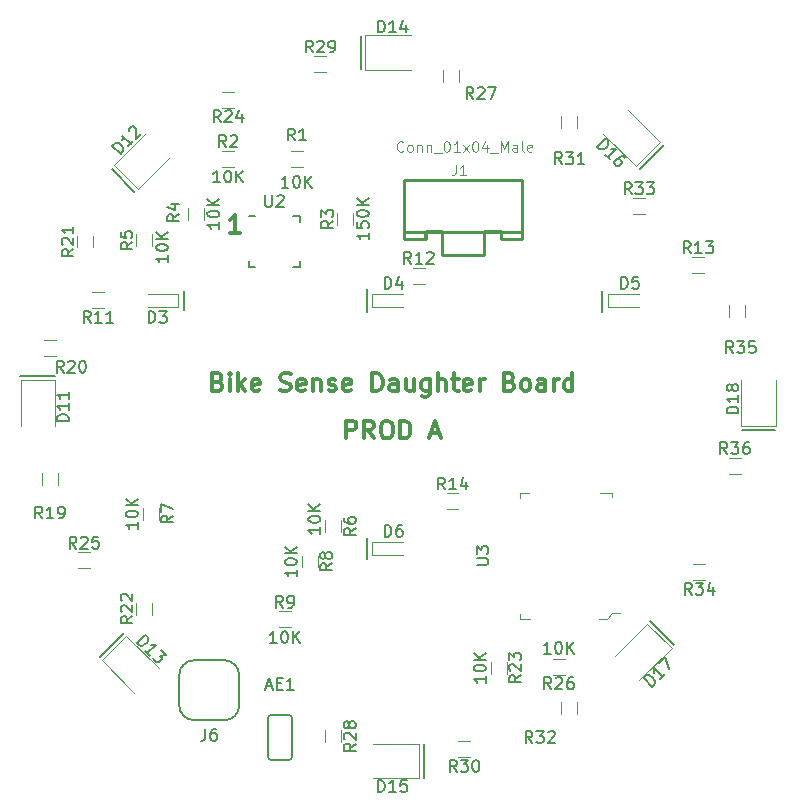
<source format=gbr>
G04 #@! TF.GenerationSoftware,KiCad,Pcbnew,(5.0.2)-1*
G04 #@! TF.CreationDate,2019-05-10T15:47:13-04:00*
G04 #@! TF.ProjectId,bikesenseCap,62696b65-7365-46e7-9365-4361702e6b69,PROD A*
G04 #@! TF.SameCoordinates,Original*
G04 #@! TF.FileFunction,Legend,Top*
G04 #@! TF.FilePolarity,Positive*
%FSLAX46Y46*%
G04 Gerber Fmt 4.6, Leading zero omitted, Abs format (unit mm)*
G04 Created by KiCad (PCBNEW (5.0.2)-1) date 5/10/2019 3:47:13 PM*
%MOMM*%
%LPD*%
G01*
G04 APERTURE LIST*
%ADD10C,0.200000*%
%ADD11C,0.300000*%
%ADD12C,0.120000*%
%ADD13C,0.127000*%
%ADD14C,0.254000*%
%ADD15C,0.150000*%
%ADD16C,0.100000*%
%ADD17C,0.101600*%
G04 APERTURE END LIST*
D10*
X147828000Y-111125000D02*
X147828000Y-112903000D01*
X132334000Y-90170000D02*
X132334000Y-91821000D01*
X167767000Y-90170000D02*
X167767000Y-91948000D01*
X147828000Y-90043000D02*
X147828000Y-91948000D01*
D11*
X137080571Y-85260571D02*
X136223428Y-85260571D01*
X136652000Y-85260571D02*
X136652000Y-83760571D01*
X136509142Y-83974857D01*
X136366285Y-84117714D01*
X136223428Y-84189142D01*
D10*
X126238000Y-79883000D02*
X128143000Y-81788000D01*
X147320000Y-68580000D02*
X147320000Y-71374000D01*
X172974000Y-77851000D02*
X170942000Y-79883000D01*
X179578000Y-101981000D02*
X182372000Y-101981000D01*
X171831000Y-118110000D02*
X173863000Y-120142000D01*
X152654000Y-128524000D02*
X152654000Y-131445000D01*
X127254000Y-119126000D02*
X125222000Y-121158000D01*
X118491000Y-97409000D02*
X121412000Y-97409000D01*
D11*
X146107142Y-102678571D02*
X146107142Y-101178571D01*
X146678571Y-101178571D01*
X146821428Y-101250000D01*
X146892857Y-101321428D01*
X146964285Y-101464285D01*
X146964285Y-101678571D01*
X146892857Y-101821428D01*
X146821428Y-101892857D01*
X146678571Y-101964285D01*
X146107142Y-101964285D01*
X148464285Y-102678571D02*
X147964285Y-101964285D01*
X147607142Y-102678571D02*
X147607142Y-101178571D01*
X148178571Y-101178571D01*
X148321428Y-101250000D01*
X148392857Y-101321428D01*
X148464285Y-101464285D01*
X148464285Y-101678571D01*
X148392857Y-101821428D01*
X148321428Y-101892857D01*
X148178571Y-101964285D01*
X147607142Y-101964285D01*
X149392857Y-101178571D02*
X149678571Y-101178571D01*
X149821428Y-101250000D01*
X149964285Y-101392857D01*
X150035714Y-101678571D01*
X150035714Y-102178571D01*
X149964285Y-102464285D01*
X149821428Y-102607142D01*
X149678571Y-102678571D01*
X149392857Y-102678571D01*
X149250000Y-102607142D01*
X149107142Y-102464285D01*
X149035714Y-102178571D01*
X149035714Y-101678571D01*
X149107142Y-101392857D01*
X149250000Y-101250000D01*
X149392857Y-101178571D01*
X150678571Y-102678571D02*
X150678571Y-101178571D01*
X151035714Y-101178571D01*
X151250000Y-101250000D01*
X151392857Y-101392857D01*
X151464285Y-101535714D01*
X151535714Y-101821428D01*
X151535714Y-102035714D01*
X151464285Y-102321428D01*
X151392857Y-102464285D01*
X151250000Y-102607142D01*
X151035714Y-102678571D01*
X150678571Y-102678571D01*
X153250000Y-102250000D02*
X153964285Y-102250000D01*
X153107142Y-102678571D02*
X153607142Y-101178571D01*
X154107142Y-102678571D01*
X135250000Y-97892857D02*
X135464285Y-97964285D01*
X135535714Y-98035714D01*
X135607142Y-98178571D01*
X135607142Y-98392857D01*
X135535714Y-98535714D01*
X135464285Y-98607142D01*
X135321428Y-98678571D01*
X134750000Y-98678571D01*
X134750000Y-97178571D01*
X135250000Y-97178571D01*
X135392857Y-97250000D01*
X135464285Y-97321428D01*
X135535714Y-97464285D01*
X135535714Y-97607142D01*
X135464285Y-97750000D01*
X135392857Y-97821428D01*
X135250000Y-97892857D01*
X134750000Y-97892857D01*
X136250000Y-98678571D02*
X136250000Y-97678571D01*
X136250000Y-97178571D02*
X136178571Y-97250000D01*
X136250000Y-97321428D01*
X136321428Y-97250000D01*
X136250000Y-97178571D01*
X136250000Y-97321428D01*
X136964285Y-98678571D02*
X136964285Y-97178571D01*
X137107142Y-98107142D02*
X137535714Y-98678571D01*
X137535714Y-97678571D02*
X136964285Y-98250000D01*
X138750000Y-98607142D02*
X138607142Y-98678571D01*
X138321428Y-98678571D01*
X138178571Y-98607142D01*
X138107142Y-98464285D01*
X138107142Y-97892857D01*
X138178571Y-97750000D01*
X138321428Y-97678571D01*
X138607142Y-97678571D01*
X138750000Y-97750000D01*
X138821428Y-97892857D01*
X138821428Y-98035714D01*
X138107142Y-98178571D01*
X140535714Y-98607142D02*
X140750000Y-98678571D01*
X141107142Y-98678571D01*
X141250000Y-98607142D01*
X141321428Y-98535714D01*
X141392857Y-98392857D01*
X141392857Y-98250000D01*
X141321428Y-98107142D01*
X141250000Y-98035714D01*
X141107142Y-97964285D01*
X140821428Y-97892857D01*
X140678571Y-97821428D01*
X140607142Y-97750000D01*
X140535714Y-97607142D01*
X140535714Y-97464285D01*
X140607142Y-97321428D01*
X140678571Y-97250000D01*
X140821428Y-97178571D01*
X141178571Y-97178571D01*
X141392857Y-97250000D01*
X142607142Y-98607142D02*
X142464285Y-98678571D01*
X142178571Y-98678571D01*
X142035714Y-98607142D01*
X141964285Y-98464285D01*
X141964285Y-97892857D01*
X142035714Y-97750000D01*
X142178571Y-97678571D01*
X142464285Y-97678571D01*
X142607142Y-97750000D01*
X142678571Y-97892857D01*
X142678571Y-98035714D01*
X141964285Y-98178571D01*
X143321428Y-97678571D02*
X143321428Y-98678571D01*
X143321428Y-97821428D02*
X143392857Y-97750000D01*
X143535714Y-97678571D01*
X143750000Y-97678571D01*
X143892857Y-97750000D01*
X143964285Y-97892857D01*
X143964285Y-98678571D01*
X144607142Y-98607142D02*
X144750000Y-98678571D01*
X145035714Y-98678571D01*
X145178571Y-98607142D01*
X145250000Y-98464285D01*
X145250000Y-98392857D01*
X145178571Y-98250000D01*
X145035714Y-98178571D01*
X144821428Y-98178571D01*
X144678571Y-98107142D01*
X144607142Y-97964285D01*
X144607142Y-97892857D01*
X144678571Y-97750000D01*
X144821428Y-97678571D01*
X145035714Y-97678571D01*
X145178571Y-97750000D01*
X146464285Y-98607142D02*
X146321428Y-98678571D01*
X146035714Y-98678571D01*
X145892857Y-98607142D01*
X145821428Y-98464285D01*
X145821428Y-97892857D01*
X145892857Y-97750000D01*
X146035714Y-97678571D01*
X146321428Y-97678571D01*
X146464285Y-97750000D01*
X146535714Y-97892857D01*
X146535714Y-98035714D01*
X145821428Y-98178571D01*
X148321428Y-98678571D02*
X148321428Y-97178571D01*
X148678571Y-97178571D01*
X148892857Y-97250000D01*
X149035714Y-97392857D01*
X149107142Y-97535714D01*
X149178571Y-97821428D01*
X149178571Y-98035714D01*
X149107142Y-98321428D01*
X149035714Y-98464285D01*
X148892857Y-98607142D01*
X148678571Y-98678571D01*
X148321428Y-98678571D01*
X150464285Y-98678571D02*
X150464285Y-97892857D01*
X150392857Y-97750000D01*
X150250000Y-97678571D01*
X149964285Y-97678571D01*
X149821428Y-97750000D01*
X150464285Y-98607142D02*
X150321428Y-98678571D01*
X149964285Y-98678571D01*
X149821428Y-98607142D01*
X149750000Y-98464285D01*
X149750000Y-98321428D01*
X149821428Y-98178571D01*
X149964285Y-98107142D01*
X150321428Y-98107142D01*
X150464285Y-98035714D01*
X151821428Y-97678571D02*
X151821428Y-98678571D01*
X151178571Y-97678571D02*
X151178571Y-98464285D01*
X151250000Y-98607142D01*
X151392857Y-98678571D01*
X151607142Y-98678571D01*
X151750000Y-98607142D01*
X151821428Y-98535714D01*
X153178571Y-97678571D02*
X153178571Y-98892857D01*
X153107142Y-99035714D01*
X153035714Y-99107142D01*
X152892857Y-99178571D01*
X152678571Y-99178571D01*
X152535714Y-99107142D01*
X153178571Y-98607142D02*
X153035714Y-98678571D01*
X152750000Y-98678571D01*
X152607142Y-98607142D01*
X152535714Y-98535714D01*
X152464285Y-98392857D01*
X152464285Y-97964285D01*
X152535714Y-97821428D01*
X152607142Y-97750000D01*
X152750000Y-97678571D01*
X153035714Y-97678571D01*
X153178571Y-97750000D01*
X153892857Y-98678571D02*
X153892857Y-97178571D01*
X154535714Y-98678571D02*
X154535714Y-97892857D01*
X154464285Y-97750000D01*
X154321428Y-97678571D01*
X154107142Y-97678571D01*
X153964285Y-97750000D01*
X153892857Y-97821428D01*
X155035714Y-97678571D02*
X155607142Y-97678571D01*
X155250000Y-97178571D02*
X155250000Y-98464285D01*
X155321428Y-98607142D01*
X155464285Y-98678571D01*
X155607142Y-98678571D01*
X156678571Y-98607142D02*
X156535714Y-98678571D01*
X156250000Y-98678571D01*
X156107142Y-98607142D01*
X156035714Y-98464285D01*
X156035714Y-97892857D01*
X156107142Y-97750000D01*
X156250000Y-97678571D01*
X156535714Y-97678571D01*
X156678571Y-97750000D01*
X156750000Y-97892857D01*
X156750000Y-98035714D01*
X156035714Y-98178571D01*
X157392857Y-98678571D02*
X157392857Y-97678571D01*
X157392857Y-97964285D02*
X157464285Y-97821428D01*
X157535714Y-97750000D01*
X157678571Y-97678571D01*
X157821428Y-97678571D01*
X159964285Y-97892857D02*
X160178571Y-97964285D01*
X160250000Y-98035714D01*
X160321428Y-98178571D01*
X160321428Y-98392857D01*
X160250000Y-98535714D01*
X160178571Y-98607142D01*
X160035714Y-98678571D01*
X159464285Y-98678571D01*
X159464285Y-97178571D01*
X159964285Y-97178571D01*
X160107142Y-97250000D01*
X160178571Y-97321428D01*
X160250000Y-97464285D01*
X160250000Y-97607142D01*
X160178571Y-97750000D01*
X160107142Y-97821428D01*
X159964285Y-97892857D01*
X159464285Y-97892857D01*
X161178571Y-98678571D02*
X161035714Y-98607142D01*
X160964285Y-98535714D01*
X160892857Y-98392857D01*
X160892857Y-97964285D01*
X160964285Y-97821428D01*
X161035714Y-97750000D01*
X161178571Y-97678571D01*
X161392857Y-97678571D01*
X161535714Y-97750000D01*
X161607142Y-97821428D01*
X161678571Y-97964285D01*
X161678571Y-98392857D01*
X161607142Y-98535714D01*
X161535714Y-98607142D01*
X161392857Y-98678571D01*
X161178571Y-98678571D01*
X162964285Y-98678571D02*
X162964285Y-97892857D01*
X162892857Y-97750000D01*
X162750000Y-97678571D01*
X162464285Y-97678571D01*
X162321428Y-97750000D01*
X162964285Y-98607142D02*
X162821428Y-98678571D01*
X162464285Y-98678571D01*
X162321428Y-98607142D01*
X162250000Y-98464285D01*
X162250000Y-98321428D01*
X162321428Y-98178571D01*
X162464285Y-98107142D01*
X162821428Y-98107142D01*
X162964285Y-98035714D01*
X163678571Y-98678571D02*
X163678571Y-97678571D01*
X163678571Y-97964285D02*
X163750000Y-97821428D01*
X163821428Y-97750000D01*
X163964285Y-97678571D01*
X164107142Y-97678571D01*
X165250000Y-98678571D02*
X165250000Y-97178571D01*
X165250000Y-98607142D02*
X165107142Y-98678571D01*
X164821428Y-98678571D01*
X164678571Y-98607142D01*
X164607142Y-98535714D01*
X164535714Y-98392857D01*
X164535714Y-97964285D01*
X164607142Y-97821428D01*
X164678571Y-97750000D01*
X164821428Y-97678571D01*
X165107142Y-97678571D01*
X165250000Y-97750000D01*
D12*
G04 #@! TO.C,D3*
X131900000Y-91550000D02*
X131900000Y-90450000D01*
X131900000Y-90450000D02*
X129300000Y-90450000D01*
X131900000Y-91550000D02*
X129300000Y-91550000D01*
G04 #@! TO.C,D4*
X148300000Y-90450000D02*
X150900000Y-90450000D01*
X148300000Y-91550000D02*
X150900000Y-91550000D01*
X148300000Y-90450000D02*
X148300000Y-91550000D01*
G04 #@! TO.C,D5*
X168300000Y-90450000D02*
X170900000Y-90450000D01*
X168300000Y-91550000D02*
X170900000Y-91550000D01*
X168300000Y-90450000D02*
X168300000Y-91550000D01*
G04 #@! TO.C,D6*
X148300000Y-111450000D02*
X148300000Y-112550000D01*
X148300000Y-112550000D02*
X150900000Y-112550000D01*
X148300000Y-111450000D02*
X150900000Y-111450000D01*
D13*
G04 #@! TO.C,J1*
X151001280Y-82001780D02*
X151001280Y-83998220D01*
D14*
X160998720Y-81501400D02*
X160998720Y-84498600D01*
X151001280Y-80800360D02*
X151001280Y-85199640D01*
X151001280Y-85199640D02*
X152802140Y-85199640D01*
X159197860Y-85199640D02*
X160998720Y-85199640D01*
X160998720Y-85199640D02*
X160998720Y-80800360D01*
X151001280Y-80800360D02*
X160998720Y-80800360D01*
X151001280Y-85199640D02*
X151001280Y-85799080D01*
X151001280Y-85799080D02*
X152802140Y-85799080D01*
X152802140Y-85799080D02*
X152802140Y-85199640D01*
X152802140Y-85199640D02*
X159197860Y-85199640D01*
X159197860Y-85199640D02*
X159197860Y-85799080D01*
X159197860Y-85799080D02*
X160998720Y-85799080D01*
X160998720Y-85799080D02*
X160998720Y-85199640D01*
X151001280Y-80800360D02*
X160998720Y-80800360D01*
X160998720Y-80800360D02*
X160998720Y-85799080D01*
X151001280Y-85799080D02*
X151001280Y-80800360D01*
X151047000Y-85794000D02*
X152825000Y-85794000D01*
X152825000Y-85794000D02*
X152825000Y-85159000D01*
X152825000Y-85159000D02*
X154222000Y-85159000D01*
X154222000Y-85159000D02*
X154222000Y-87191000D01*
X154222000Y-87191000D02*
X157778000Y-87191000D01*
X157778000Y-87191000D02*
X157778000Y-85159000D01*
X157778000Y-85159000D02*
X159175000Y-85159000D01*
X159175000Y-85159000D02*
X159175000Y-85794000D01*
X159175000Y-85794000D02*
X160953000Y-85794000D01*
D12*
G04 #@! TO.C,R1*
X141400000Y-78320000D02*
X142400000Y-78320000D01*
X142400000Y-79680000D02*
X141400000Y-79680000D01*
G04 #@! TO.C,R2*
X136600000Y-79680000D02*
X135600000Y-79680000D01*
X135600000Y-78320000D02*
X136600000Y-78320000D01*
G04 #@! TO.C,R3*
X145320000Y-84600000D02*
X145320000Y-83600000D01*
X146680000Y-83600000D02*
X146680000Y-84600000D01*
G04 #@! TO.C,R4*
X134030000Y-83150000D02*
X134030000Y-84150000D01*
X132670000Y-84150000D02*
X132670000Y-83150000D01*
G04 #@! TO.C,R5*
X128320000Y-86400000D02*
X128320000Y-85400000D01*
X129680000Y-85400000D02*
X129680000Y-86400000D01*
G04 #@! TO.C,R6*
X144320000Y-110600000D02*
X144320000Y-109600000D01*
X145680000Y-109600000D02*
X145680000Y-110600000D01*
G04 #@! TO.C,R7*
X130220000Y-108550000D02*
X130220000Y-109550000D01*
X128860000Y-109550000D02*
X128860000Y-108550000D01*
G04 #@! TO.C,R8*
X142320000Y-113600000D02*
X142320000Y-112600000D01*
X143680000Y-112600000D02*
X143680000Y-113600000D01*
G04 #@! TO.C,R9*
X140400000Y-117320000D02*
X141400000Y-117320000D01*
X141400000Y-118680000D02*
X140400000Y-118680000D01*
G04 #@! TO.C,R11*
X124600000Y-90320000D02*
X125600000Y-90320000D01*
X125600000Y-91680000D02*
X124600000Y-91680000D01*
G04 #@! TO.C,R12*
X151730000Y-88220000D02*
X152730000Y-88220000D01*
X152730000Y-89580000D02*
X151730000Y-89580000D01*
G04 #@! TO.C,R13*
X175400000Y-87320000D02*
X176400000Y-87320000D01*
X176400000Y-88680000D02*
X175400000Y-88680000D01*
G04 #@! TO.C,R14*
X155600000Y-108680000D02*
X154600000Y-108680000D01*
X154600000Y-107320000D02*
X155600000Y-107320000D01*
G04 #@! TO.C,R19*
X120320000Y-106600000D02*
X120320000Y-105600000D01*
X121680000Y-105600000D02*
X121680000Y-106600000D01*
G04 #@! TO.C,R20*
X120500000Y-94320000D02*
X121500000Y-94320000D01*
X121500000Y-95680000D02*
X120500000Y-95680000D01*
G04 #@! TO.C,R21*
X123320000Y-86500000D02*
X123320000Y-85500000D01*
X124680000Y-85500000D02*
X124680000Y-86500000D01*
G04 #@! TO.C,R22*
X128320000Y-117600000D02*
X128320000Y-116600000D01*
X129680000Y-116600000D02*
X129680000Y-117600000D01*
G04 #@! TO.C,R23*
X159680000Y-121600000D02*
X159680000Y-122600000D01*
X158320000Y-122600000D02*
X158320000Y-121600000D01*
G04 #@! TO.C,R24*
X135600000Y-73320000D02*
X136600000Y-73320000D01*
X136600000Y-74680000D02*
X135600000Y-74680000D01*
G04 #@! TO.C,R25*
X124400000Y-113680000D02*
X123400000Y-113680000D01*
X123400000Y-112320000D02*
X124400000Y-112320000D01*
G04 #@! TO.C,R26*
X163600000Y-121320000D02*
X164600000Y-121320000D01*
X164600000Y-122680000D02*
X163600000Y-122680000D01*
G04 #@! TO.C,R27*
X155680000Y-71500000D02*
X155680000Y-72500000D01*
X154320000Y-72500000D02*
X154320000Y-71500000D01*
G04 #@! TO.C,R28*
X144320000Y-128400000D02*
X144320000Y-127400000D01*
X145680000Y-127400000D02*
X145680000Y-128400000D01*
G04 #@! TO.C,R29*
X143400000Y-70320000D02*
X144400000Y-70320000D01*
X144400000Y-71680000D02*
X143400000Y-71680000D01*
G04 #@! TO.C,R30*
X155600000Y-128320000D02*
X156600000Y-128320000D01*
X156600000Y-129680000D02*
X155600000Y-129680000D01*
G04 #@! TO.C,R31*
X164320000Y-76400000D02*
X164320000Y-75400000D01*
X165680000Y-75400000D02*
X165680000Y-76400000D01*
G04 #@! TO.C,R32*
X165680000Y-125000000D02*
X165680000Y-126000000D01*
X164320000Y-126000000D02*
X164320000Y-125000000D01*
G04 #@! TO.C,R33*
X171400000Y-83680000D02*
X170400000Y-83680000D01*
X170400000Y-82320000D02*
X171400000Y-82320000D01*
G04 #@! TO.C,R34*
X175500000Y-113320000D02*
X176500000Y-113320000D01*
X176500000Y-114680000D02*
X175500000Y-114680000D01*
G04 #@! TO.C,R35*
X179880000Y-91400000D02*
X179880000Y-92400000D01*
X178520000Y-92400000D02*
X178520000Y-91400000D01*
G04 #@! TO.C,R36*
X179500000Y-105680000D02*
X178500000Y-105680000D01*
X178500000Y-104320000D02*
X179500000Y-104320000D01*
D15*
G04 #@! TO.C,U2*
X142150000Y-83850000D02*
X141625000Y-83850000D01*
X142150000Y-88150000D02*
X141625000Y-88150000D01*
X137850000Y-88150000D02*
X138375000Y-88150000D01*
X137850000Y-83850000D02*
X138375000Y-83850000D01*
X142150000Y-88150000D02*
X142150000Y-87625000D01*
X137850000Y-88150000D02*
X137850000Y-87625000D01*
X142150000Y-83850000D02*
X142150000Y-84375000D01*
D16*
G04 #@! TO.C,U3*
X168590000Y-107635000D02*
X168590000Y-107285000D01*
X168590000Y-107285000D02*
X167590000Y-107285000D01*
X160790000Y-107685000D02*
X160790000Y-107285000D01*
X160790000Y-107285000D02*
X161590000Y-107285000D01*
X160790000Y-117585000D02*
X160790000Y-117985000D01*
X160790000Y-117985000D02*
X161640000Y-117985000D01*
X167540000Y-117985000D02*
X168140000Y-117985000D01*
X168140000Y-117985000D02*
X168640000Y-117485000D01*
X168640000Y-117485000D02*
X169240000Y-117485000D01*
D12*
G04 #@! TO.C,D11*
X118540000Y-97715000D02*
X118540000Y-101600000D01*
X121460000Y-97715000D02*
X118540000Y-97715000D01*
X121460000Y-101600000D02*
X121460000Y-97715000D01*
G04 #@! TO.C,D12*
X129143995Y-76790853D02*
X126396885Y-79537963D01*
X126396885Y-79537963D02*
X128461637Y-81602715D01*
X128461637Y-81602715D02*
X131208747Y-78855605D01*
G04 #@! TO.C,D13*
X130208747Y-122143995D02*
X127461637Y-119396885D01*
X127461637Y-119396885D02*
X125396885Y-121461637D01*
X125396885Y-121461637D02*
X128143995Y-124208747D01*
G04 #@! TO.C,D14*
X147715000Y-71460000D02*
X151600000Y-71460000D01*
X147715000Y-68540000D02*
X147715000Y-71460000D01*
X151600000Y-68540000D02*
X147715000Y-68540000D01*
G04 #@! TO.C,D15*
X152285000Y-128540000D02*
X148400000Y-128540000D01*
X152285000Y-131460000D02*
X152285000Y-128540000D01*
X148400000Y-131460000D02*
X152285000Y-131460000D01*
G04 #@! TO.C,D16*
X172693115Y-77583363D02*
X169946005Y-74836253D01*
X170628363Y-79648115D02*
X172693115Y-77583363D01*
X167881253Y-76901005D02*
X170628363Y-79648115D01*
G04 #@! TO.C,D17*
X170901005Y-123163747D02*
X173648115Y-120416637D01*
X173648115Y-120416637D02*
X171583363Y-118351885D01*
X171583363Y-118351885D02*
X168836253Y-121098995D01*
G04 #@! TO.C,D18*
X179540000Y-97750000D02*
X179540000Y-101635000D01*
X179540000Y-101635000D02*
X182460000Y-101635000D01*
X182460000Y-101635000D02*
X182460000Y-97750000D01*
D15*
G04 #@! TO.C,AE1*
X139484000Y-129651000D02*
X139484000Y-126349000D01*
X139738000Y-126095000D02*
X141262000Y-126095000D01*
X141516000Y-126349000D02*
X141516000Y-129651000D01*
X141262000Y-129905000D02*
X139738000Y-129905000D01*
X139738000Y-129905000D02*
G75*
G02X139484000Y-129651000I0J254000D01*
G01*
X139484000Y-126349000D02*
G75*
G02X139738000Y-126095000I254000J0D01*
G01*
X141262000Y-126095000D02*
G75*
G02X141516000Y-126349000I0J-254000D01*
G01*
X141516000Y-129651000D02*
G75*
G02X141262000Y-129905000I-254000J0D01*
G01*
G04 #@! TO.C,J6*
X133230000Y-121460000D02*
X135770000Y-121460000D01*
X137040000Y-122730000D02*
X137040000Y-125270000D01*
X135770000Y-126540000D02*
X133230000Y-126540000D01*
X131960000Y-125270000D02*
X131960000Y-122730000D01*
X131960000Y-122730000D02*
G75*
G02X133230000Y-121460000I1270000J0D01*
G01*
X135770000Y-121460000D02*
G75*
G02X137040000Y-122730000I0J-1270000D01*
G01*
X137040000Y-125270000D02*
G75*
G02X135770000Y-126540000I-1270000J0D01*
G01*
X133230000Y-126540000D02*
G75*
G02X131960000Y-125270000I0J1270000D01*
G01*
G04 #@! TO.C,D3*
X129361904Y-92902380D02*
X129361904Y-91902380D01*
X129600000Y-91902380D01*
X129742857Y-91950000D01*
X129838095Y-92045238D01*
X129885714Y-92140476D01*
X129933333Y-92330952D01*
X129933333Y-92473809D01*
X129885714Y-92664285D01*
X129838095Y-92759523D01*
X129742857Y-92854761D01*
X129600000Y-92902380D01*
X129361904Y-92902380D01*
X130266666Y-91902380D02*
X130885714Y-91902380D01*
X130552380Y-92283333D01*
X130695238Y-92283333D01*
X130790476Y-92330952D01*
X130838095Y-92378571D01*
X130885714Y-92473809D01*
X130885714Y-92711904D01*
X130838095Y-92807142D01*
X130790476Y-92854761D01*
X130695238Y-92902380D01*
X130409523Y-92902380D01*
X130314285Y-92854761D01*
X130266666Y-92807142D01*
G04 #@! TO.C,D4*
X149361904Y-90002380D02*
X149361904Y-89002380D01*
X149600000Y-89002380D01*
X149742857Y-89050000D01*
X149838095Y-89145238D01*
X149885714Y-89240476D01*
X149933333Y-89430952D01*
X149933333Y-89573809D01*
X149885714Y-89764285D01*
X149838095Y-89859523D01*
X149742857Y-89954761D01*
X149600000Y-90002380D01*
X149361904Y-90002380D01*
X150790476Y-89335714D02*
X150790476Y-90002380D01*
X150552380Y-88954761D02*
X150314285Y-89669047D01*
X150933333Y-89669047D01*
G04 #@! TO.C,D5*
X169361904Y-90002380D02*
X169361904Y-89002380D01*
X169600000Y-89002380D01*
X169742857Y-89050000D01*
X169838095Y-89145238D01*
X169885714Y-89240476D01*
X169933333Y-89430952D01*
X169933333Y-89573809D01*
X169885714Y-89764285D01*
X169838095Y-89859523D01*
X169742857Y-89954761D01*
X169600000Y-90002380D01*
X169361904Y-90002380D01*
X170838095Y-89002380D02*
X170361904Y-89002380D01*
X170314285Y-89478571D01*
X170361904Y-89430952D01*
X170457142Y-89383333D01*
X170695238Y-89383333D01*
X170790476Y-89430952D01*
X170838095Y-89478571D01*
X170885714Y-89573809D01*
X170885714Y-89811904D01*
X170838095Y-89907142D01*
X170790476Y-89954761D01*
X170695238Y-90002380D01*
X170457142Y-90002380D01*
X170361904Y-89954761D01*
X170314285Y-89907142D01*
G04 #@! TO.C,D6*
X149361904Y-111002380D02*
X149361904Y-110002380D01*
X149600000Y-110002380D01*
X149742857Y-110050000D01*
X149838095Y-110145238D01*
X149885714Y-110240476D01*
X149933333Y-110430952D01*
X149933333Y-110573809D01*
X149885714Y-110764285D01*
X149838095Y-110859523D01*
X149742857Y-110954761D01*
X149600000Y-111002380D01*
X149361904Y-111002380D01*
X150790476Y-110002380D02*
X150600000Y-110002380D01*
X150504761Y-110050000D01*
X150457142Y-110097619D01*
X150361904Y-110240476D01*
X150314285Y-110430952D01*
X150314285Y-110811904D01*
X150361904Y-110907142D01*
X150409523Y-110954761D01*
X150504761Y-111002380D01*
X150695238Y-111002380D01*
X150790476Y-110954761D01*
X150838095Y-110907142D01*
X150885714Y-110811904D01*
X150885714Y-110573809D01*
X150838095Y-110478571D01*
X150790476Y-110430952D01*
X150695238Y-110383333D01*
X150504761Y-110383333D01*
X150409523Y-110430952D01*
X150361904Y-110478571D01*
X150314285Y-110573809D01*
G04 #@! TO.C,J1*
D17*
X155386166Y-79528666D02*
X155386166Y-80163666D01*
X155343833Y-80290666D01*
X155259166Y-80375333D01*
X155132166Y-80417666D01*
X155047500Y-80417666D01*
X156275166Y-80417666D02*
X155767166Y-80417666D01*
X156021166Y-80417666D02*
X156021166Y-79528666D01*
X155936500Y-79655666D01*
X155851833Y-79740333D01*
X155767166Y-79782666D01*
X150941166Y-78317500D02*
X150898833Y-78359833D01*
X150771833Y-78402166D01*
X150687166Y-78402166D01*
X150560166Y-78359833D01*
X150475500Y-78275166D01*
X150433166Y-78190500D01*
X150390833Y-78021166D01*
X150390833Y-77894166D01*
X150433166Y-77724833D01*
X150475500Y-77640166D01*
X150560166Y-77555500D01*
X150687166Y-77513166D01*
X150771833Y-77513166D01*
X150898833Y-77555500D01*
X150941166Y-77597833D01*
X151449166Y-78402166D02*
X151364500Y-78359833D01*
X151322166Y-78317500D01*
X151279833Y-78232833D01*
X151279833Y-77978833D01*
X151322166Y-77894166D01*
X151364500Y-77851833D01*
X151449166Y-77809500D01*
X151576166Y-77809500D01*
X151660833Y-77851833D01*
X151703166Y-77894166D01*
X151745500Y-77978833D01*
X151745500Y-78232833D01*
X151703166Y-78317500D01*
X151660833Y-78359833D01*
X151576166Y-78402166D01*
X151449166Y-78402166D01*
X152126500Y-77809500D02*
X152126500Y-78402166D01*
X152126500Y-77894166D02*
X152168833Y-77851833D01*
X152253500Y-77809500D01*
X152380500Y-77809500D01*
X152465166Y-77851833D01*
X152507500Y-77936500D01*
X152507500Y-78402166D01*
X152930833Y-77809500D02*
X152930833Y-78402166D01*
X152930833Y-77894166D02*
X152973166Y-77851833D01*
X153057833Y-77809500D01*
X153184833Y-77809500D01*
X153269500Y-77851833D01*
X153311833Y-77936500D01*
X153311833Y-78402166D01*
X153523500Y-78486833D02*
X154200833Y-78486833D01*
X154581833Y-77513166D02*
X154666500Y-77513166D01*
X154751166Y-77555500D01*
X154793500Y-77597833D01*
X154835833Y-77682500D01*
X154878166Y-77851833D01*
X154878166Y-78063500D01*
X154835833Y-78232833D01*
X154793500Y-78317500D01*
X154751166Y-78359833D01*
X154666500Y-78402166D01*
X154581833Y-78402166D01*
X154497166Y-78359833D01*
X154454833Y-78317500D01*
X154412500Y-78232833D01*
X154370166Y-78063500D01*
X154370166Y-77851833D01*
X154412500Y-77682500D01*
X154454833Y-77597833D01*
X154497166Y-77555500D01*
X154581833Y-77513166D01*
X155724833Y-78402166D02*
X155216833Y-78402166D01*
X155470833Y-78402166D02*
X155470833Y-77513166D01*
X155386166Y-77640166D01*
X155301500Y-77724833D01*
X155216833Y-77767166D01*
X156021166Y-78402166D02*
X156486833Y-77809500D01*
X156021166Y-77809500D02*
X156486833Y-78402166D01*
X156994833Y-77513166D02*
X157079500Y-77513166D01*
X157164166Y-77555500D01*
X157206500Y-77597833D01*
X157248833Y-77682500D01*
X157291166Y-77851833D01*
X157291166Y-78063500D01*
X157248833Y-78232833D01*
X157206500Y-78317500D01*
X157164166Y-78359833D01*
X157079500Y-78402166D01*
X156994833Y-78402166D01*
X156910166Y-78359833D01*
X156867833Y-78317500D01*
X156825500Y-78232833D01*
X156783166Y-78063500D01*
X156783166Y-77851833D01*
X156825500Y-77682500D01*
X156867833Y-77597833D01*
X156910166Y-77555500D01*
X156994833Y-77513166D01*
X158053166Y-77809500D02*
X158053166Y-78402166D01*
X157841500Y-77470833D02*
X157629833Y-78105833D01*
X158180166Y-78105833D01*
X158307166Y-78486833D02*
X158984500Y-78486833D01*
X159196166Y-78402166D02*
X159196166Y-77513166D01*
X159492500Y-78148166D01*
X159788833Y-77513166D01*
X159788833Y-78402166D01*
X160593166Y-78402166D02*
X160593166Y-77936500D01*
X160550833Y-77851833D01*
X160466166Y-77809500D01*
X160296833Y-77809500D01*
X160212166Y-77851833D01*
X160593166Y-78359833D02*
X160508500Y-78402166D01*
X160296833Y-78402166D01*
X160212166Y-78359833D01*
X160169833Y-78275166D01*
X160169833Y-78190500D01*
X160212166Y-78105833D01*
X160296833Y-78063500D01*
X160508500Y-78063500D01*
X160593166Y-78021166D01*
X161143500Y-78402166D02*
X161058833Y-78359833D01*
X161016500Y-78275166D01*
X161016500Y-77513166D01*
X161820833Y-78359833D02*
X161736166Y-78402166D01*
X161566833Y-78402166D01*
X161482166Y-78359833D01*
X161439833Y-78275166D01*
X161439833Y-77936500D01*
X161482166Y-77851833D01*
X161566833Y-77809500D01*
X161736166Y-77809500D01*
X161820833Y-77851833D01*
X161863166Y-77936500D01*
X161863166Y-78021166D01*
X161439833Y-78105833D01*
G04 #@! TO.C,R1*
D15*
X141733333Y-77452380D02*
X141400000Y-76976190D01*
X141161904Y-77452380D02*
X141161904Y-76452380D01*
X141542857Y-76452380D01*
X141638095Y-76500000D01*
X141685714Y-76547619D01*
X141733333Y-76642857D01*
X141733333Y-76785714D01*
X141685714Y-76880952D01*
X141638095Y-76928571D01*
X141542857Y-76976190D01*
X141161904Y-76976190D01*
X142685714Y-77452380D02*
X142114285Y-77452380D01*
X142400000Y-77452380D02*
X142400000Y-76452380D01*
X142304761Y-76595238D01*
X142209523Y-76690476D01*
X142114285Y-76738095D01*
X141209523Y-81452380D02*
X140638095Y-81452380D01*
X140923809Y-81452380D02*
X140923809Y-80452380D01*
X140828571Y-80595238D01*
X140733333Y-80690476D01*
X140638095Y-80738095D01*
X141828571Y-80452380D02*
X141923809Y-80452380D01*
X142019047Y-80500000D01*
X142066666Y-80547619D01*
X142114285Y-80642857D01*
X142161904Y-80833333D01*
X142161904Y-81071428D01*
X142114285Y-81261904D01*
X142066666Y-81357142D01*
X142019047Y-81404761D01*
X141923809Y-81452380D01*
X141828571Y-81452380D01*
X141733333Y-81404761D01*
X141685714Y-81357142D01*
X141638095Y-81261904D01*
X141590476Y-81071428D01*
X141590476Y-80833333D01*
X141638095Y-80642857D01*
X141685714Y-80547619D01*
X141733333Y-80500000D01*
X141828571Y-80452380D01*
X142590476Y-81452380D02*
X142590476Y-80452380D01*
X143161904Y-81452380D02*
X142733333Y-80880952D01*
X143161904Y-80452380D02*
X142590476Y-81023809D01*
G04 #@! TO.C,R2*
X135933333Y-78002380D02*
X135600000Y-77526190D01*
X135361904Y-78002380D02*
X135361904Y-77002380D01*
X135742857Y-77002380D01*
X135838095Y-77050000D01*
X135885714Y-77097619D01*
X135933333Y-77192857D01*
X135933333Y-77335714D01*
X135885714Y-77430952D01*
X135838095Y-77478571D01*
X135742857Y-77526190D01*
X135361904Y-77526190D01*
X136314285Y-77097619D02*
X136361904Y-77050000D01*
X136457142Y-77002380D01*
X136695238Y-77002380D01*
X136790476Y-77050000D01*
X136838095Y-77097619D01*
X136885714Y-77192857D01*
X136885714Y-77288095D01*
X136838095Y-77430952D01*
X136266666Y-78002380D01*
X136885714Y-78002380D01*
X135409523Y-81002380D02*
X134838095Y-81002380D01*
X135123809Y-81002380D02*
X135123809Y-80002380D01*
X135028571Y-80145238D01*
X134933333Y-80240476D01*
X134838095Y-80288095D01*
X136028571Y-80002380D02*
X136123809Y-80002380D01*
X136219047Y-80050000D01*
X136266666Y-80097619D01*
X136314285Y-80192857D01*
X136361904Y-80383333D01*
X136361904Y-80621428D01*
X136314285Y-80811904D01*
X136266666Y-80907142D01*
X136219047Y-80954761D01*
X136123809Y-81002380D01*
X136028571Y-81002380D01*
X135933333Y-80954761D01*
X135885714Y-80907142D01*
X135838095Y-80811904D01*
X135790476Y-80621428D01*
X135790476Y-80383333D01*
X135838095Y-80192857D01*
X135885714Y-80097619D01*
X135933333Y-80050000D01*
X136028571Y-80002380D01*
X136790476Y-81002380D02*
X136790476Y-80002380D01*
X137361904Y-81002380D02*
X136933333Y-80430952D01*
X137361904Y-80002380D02*
X136790476Y-80573809D01*
G04 #@! TO.C,R3*
X145002380Y-84266666D02*
X144526190Y-84600000D01*
X145002380Y-84838095D02*
X144002380Y-84838095D01*
X144002380Y-84457142D01*
X144050000Y-84361904D01*
X144097619Y-84314285D01*
X144192857Y-84266666D01*
X144335714Y-84266666D01*
X144430952Y-84314285D01*
X144478571Y-84361904D01*
X144526190Y-84457142D01*
X144526190Y-84838095D01*
X144002380Y-83933333D02*
X144002380Y-83314285D01*
X144383333Y-83647619D01*
X144383333Y-83504761D01*
X144430952Y-83409523D01*
X144478571Y-83361904D01*
X144573809Y-83314285D01*
X144811904Y-83314285D01*
X144907142Y-83361904D01*
X144954761Y-83409523D01*
X145002380Y-83504761D01*
X145002380Y-83790476D01*
X144954761Y-83885714D01*
X144907142Y-83933333D01*
X148002380Y-85266666D02*
X148002380Y-85838095D01*
X148002380Y-85552380D02*
X147002380Y-85552380D01*
X147145238Y-85647619D01*
X147240476Y-85742857D01*
X147288095Y-85838095D01*
X147002380Y-84361904D02*
X147002380Y-84838095D01*
X147478571Y-84885714D01*
X147430952Y-84838095D01*
X147383333Y-84742857D01*
X147383333Y-84504761D01*
X147430952Y-84409523D01*
X147478571Y-84361904D01*
X147573809Y-84314285D01*
X147811904Y-84314285D01*
X147907142Y-84361904D01*
X147954761Y-84409523D01*
X148002380Y-84504761D01*
X148002380Y-84742857D01*
X147954761Y-84838095D01*
X147907142Y-84885714D01*
X147002380Y-83695238D02*
X147002380Y-83600000D01*
X147050000Y-83504761D01*
X147097619Y-83457142D01*
X147192857Y-83409523D01*
X147383333Y-83361904D01*
X147621428Y-83361904D01*
X147811904Y-83409523D01*
X147907142Y-83457142D01*
X147954761Y-83504761D01*
X148002380Y-83600000D01*
X148002380Y-83695238D01*
X147954761Y-83790476D01*
X147907142Y-83838095D01*
X147811904Y-83885714D01*
X147621428Y-83933333D01*
X147383333Y-83933333D01*
X147192857Y-83885714D01*
X147097619Y-83838095D01*
X147050000Y-83790476D01*
X147002380Y-83695238D01*
X148002380Y-82933333D02*
X147002380Y-82933333D01*
X148002380Y-82361904D02*
X147430952Y-82790476D01*
X147002380Y-82361904D02*
X147573809Y-82933333D01*
G04 #@! TO.C,R4*
X131952380Y-83716666D02*
X131476190Y-84050000D01*
X131952380Y-84288095D02*
X130952380Y-84288095D01*
X130952380Y-83907142D01*
X131000000Y-83811904D01*
X131047619Y-83764285D01*
X131142857Y-83716666D01*
X131285714Y-83716666D01*
X131380952Y-83764285D01*
X131428571Y-83811904D01*
X131476190Y-83907142D01*
X131476190Y-84288095D01*
X131285714Y-82859523D02*
X131952380Y-82859523D01*
X130904761Y-83097619D02*
X131619047Y-83335714D01*
X131619047Y-82716666D01*
X135352380Y-84340476D02*
X135352380Y-84911904D01*
X135352380Y-84626190D02*
X134352380Y-84626190D01*
X134495238Y-84721428D01*
X134590476Y-84816666D01*
X134638095Y-84911904D01*
X134352380Y-83721428D02*
X134352380Y-83626190D01*
X134400000Y-83530952D01*
X134447619Y-83483333D01*
X134542857Y-83435714D01*
X134733333Y-83388095D01*
X134971428Y-83388095D01*
X135161904Y-83435714D01*
X135257142Y-83483333D01*
X135304761Y-83530952D01*
X135352380Y-83626190D01*
X135352380Y-83721428D01*
X135304761Y-83816666D01*
X135257142Y-83864285D01*
X135161904Y-83911904D01*
X134971428Y-83959523D01*
X134733333Y-83959523D01*
X134542857Y-83911904D01*
X134447619Y-83864285D01*
X134400000Y-83816666D01*
X134352380Y-83721428D01*
X135352380Y-82959523D02*
X134352380Y-82959523D01*
X135352380Y-82388095D02*
X134780952Y-82816666D01*
X134352380Y-82388095D02*
X134923809Y-82959523D01*
G04 #@! TO.C,R5*
X128002380Y-86066666D02*
X127526190Y-86400000D01*
X128002380Y-86638095D02*
X127002380Y-86638095D01*
X127002380Y-86257142D01*
X127050000Y-86161904D01*
X127097619Y-86114285D01*
X127192857Y-86066666D01*
X127335714Y-86066666D01*
X127430952Y-86114285D01*
X127478571Y-86161904D01*
X127526190Y-86257142D01*
X127526190Y-86638095D01*
X127002380Y-85161904D02*
X127002380Y-85638095D01*
X127478571Y-85685714D01*
X127430952Y-85638095D01*
X127383333Y-85542857D01*
X127383333Y-85304761D01*
X127430952Y-85209523D01*
X127478571Y-85161904D01*
X127573809Y-85114285D01*
X127811904Y-85114285D01*
X127907142Y-85161904D01*
X127954761Y-85209523D01*
X128002380Y-85304761D01*
X128002380Y-85542857D01*
X127954761Y-85638095D01*
X127907142Y-85685714D01*
X131002380Y-87190476D02*
X131002380Y-87761904D01*
X131002380Y-87476190D02*
X130002380Y-87476190D01*
X130145238Y-87571428D01*
X130240476Y-87666666D01*
X130288095Y-87761904D01*
X130002380Y-86571428D02*
X130002380Y-86476190D01*
X130050000Y-86380952D01*
X130097619Y-86333333D01*
X130192857Y-86285714D01*
X130383333Y-86238095D01*
X130621428Y-86238095D01*
X130811904Y-86285714D01*
X130907142Y-86333333D01*
X130954761Y-86380952D01*
X131002380Y-86476190D01*
X131002380Y-86571428D01*
X130954761Y-86666666D01*
X130907142Y-86714285D01*
X130811904Y-86761904D01*
X130621428Y-86809523D01*
X130383333Y-86809523D01*
X130192857Y-86761904D01*
X130097619Y-86714285D01*
X130050000Y-86666666D01*
X130002380Y-86571428D01*
X131002380Y-85809523D02*
X130002380Y-85809523D01*
X131002380Y-85238095D02*
X130430952Y-85666666D01*
X130002380Y-85238095D02*
X130573809Y-85809523D01*
G04 #@! TO.C,R6*
X146902380Y-110266666D02*
X146426190Y-110600000D01*
X146902380Y-110838095D02*
X145902380Y-110838095D01*
X145902380Y-110457142D01*
X145950000Y-110361904D01*
X145997619Y-110314285D01*
X146092857Y-110266666D01*
X146235714Y-110266666D01*
X146330952Y-110314285D01*
X146378571Y-110361904D01*
X146426190Y-110457142D01*
X146426190Y-110838095D01*
X145902380Y-109409523D02*
X145902380Y-109600000D01*
X145950000Y-109695238D01*
X145997619Y-109742857D01*
X146140476Y-109838095D01*
X146330952Y-109885714D01*
X146711904Y-109885714D01*
X146807142Y-109838095D01*
X146854761Y-109790476D01*
X146902380Y-109695238D01*
X146902380Y-109504761D01*
X146854761Y-109409523D01*
X146807142Y-109361904D01*
X146711904Y-109314285D01*
X146473809Y-109314285D01*
X146378571Y-109361904D01*
X146330952Y-109409523D01*
X146283333Y-109504761D01*
X146283333Y-109695238D01*
X146330952Y-109790476D01*
X146378571Y-109838095D01*
X146473809Y-109885714D01*
X143902380Y-110190476D02*
X143902380Y-110761904D01*
X143902380Y-110476190D02*
X142902380Y-110476190D01*
X143045238Y-110571428D01*
X143140476Y-110666666D01*
X143188095Y-110761904D01*
X142902380Y-109571428D02*
X142902380Y-109476190D01*
X142950000Y-109380952D01*
X142997619Y-109333333D01*
X143092857Y-109285714D01*
X143283333Y-109238095D01*
X143521428Y-109238095D01*
X143711904Y-109285714D01*
X143807142Y-109333333D01*
X143854761Y-109380952D01*
X143902380Y-109476190D01*
X143902380Y-109571428D01*
X143854761Y-109666666D01*
X143807142Y-109714285D01*
X143711904Y-109761904D01*
X143521428Y-109809523D01*
X143283333Y-109809523D01*
X143092857Y-109761904D01*
X142997619Y-109714285D01*
X142950000Y-109666666D01*
X142902380Y-109571428D01*
X143902380Y-108809523D02*
X142902380Y-108809523D01*
X143902380Y-108238095D02*
X143330952Y-108666666D01*
X142902380Y-108238095D02*
X143473809Y-108809523D01*
G04 #@! TO.C,R7*
X131442380Y-109216666D02*
X130966190Y-109550000D01*
X131442380Y-109788095D02*
X130442380Y-109788095D01*
X130442380Y-109407142D01*
X130490000Y-109311904D01*
X130537619Y-109264285D01*
X130632857Y-109216666D01*
X130775714Y-109216666D01*
X130870952Y-109264285D01*
X130918571Y-109311904D01*
X130966190Y-109407142D01*
X130966190Y-109788095D01*
X130442380Y-108883333D02*
X130442380Y-108216666D01*
X131442380Y-108645238D01*
X128442380Y-109740476D02*
X128442380Y-110311904D01*
X128442380Y-110026190D02*
X127442380Y-110026190D01*
X127585238Y-110121428D01*
X127680476Y-110216666D01*
X127728095Y-110311904D01*
X127442380Y-109121428D02*
X127442380Y-109026190D01*
X127490000Y-108930952D01*
X127537619Y-108883333D01*
X127632857Y-108835714D01*
X127823333Y-108788095D01*
X128061428Y-108788095D01*
X128251904Y-108835714D01*
X128347142Y-108883333D01*
X128394761Y-108930952D01*
X128442380Y-109026190D01*
X128442380Y-109121428D01*
X128394761Y-109216666D01*
X128347142Y-109264285D01*
X128251904Y-109311904D01*
X128061428Y-109359523D01*
X127823333Y-109359523D01*
X127632857Y-109311904D01*
X127537619Y-109264285D01*
X127490000Y-109216666D01*
X127442380Y-109121428D01*
X128442380Y-108359523D02*
X127442380Y-108359523D01*
X128442380Y-107788095D02*
X127870952Y-108216666D01*
X127442380Y-107788095D02*
X128013809Y-108359523D01*
G04 #@! TO.C,R8*
X144902380Y-113266666D02*
X144426190Y-113600000D01*
X144902380Y-113838095D02*
X143902380Y-113838095D01*
X143902380Y-113457142D01*
X143950000Y-113361904D01*
X143997619Y-113314285D01*
X144092857Y-113266666D01*
X144235714Y-113266666D01*
X144330952Y-113314285D01*
X144378571Y-113361904D01*
X144426190Y-113457142D01*
X144426190Y-113838095D01*
X144330952Y-112695238D02*
X144283333Y-112790476D01*
X144235714Y-112838095D01*
X144140476Y-112885714D01*
X144092857Y-112885714D01*
X143997619Y-112838095D01*
X143950000Y-112790476D01*
X143902380Y-112695238D01*
X143902380Y-112504761D01*
X143950000Y-112409523D01*
X143997619Y-112361904D01*
X144092857Y-112314285D01*
X144140476Y-112314285D01*
X144235714Y-112361904D01*
X144283333Y-112409523D01*
X144330952Y-112504761D01*
X144330952Y-112695238D01*
X144378571Y-112790476D01*
X144426190Y-112838095D01*
X144521428Y-112885714D01*
X144711904Y-112885714D01*
X144807142Y-112838095D01*
X144854761Y-112790476D01*
X144902380Y-112695238D01*
X144902380Y-112504761D01*
X144854761Y-112409523D01*
X144807142Y-112361904D01*
X144711904Y-112314285D01*
X144521428Y-112314285D01*
X144426190Y-112361904D01*
X144378571Y-112409523D01*
X144330952Y-112504761D01*
X141902380Y-113790476D02*
X141902380Y-114361904D01*
X141902380Y-114076190D02*
X140902380Y-114076190D01*
X141045238Y-114171428D01*
X141140476Y-114266666D01*
X141188095Y-114361904D01*
X140902380Y-113171428D02*
X140902380Y-113076190D01*
X140950000Y-112980952D01*
X140997619Y-112933333D01*
X141092857Y-112885714D01*
X141283333Y-112838095D01*
X141521428Y-112838095D01*
X141711904Y-112885714D01*
X141807142Y-112933333D01*
X141854761Y-112980952D01*
X141902380Y-113076190D01*
X141902380Y-113171428D01*
X141854761Y-113266666D01*
X141807142Y-113314285D01*
X141711904Y-113361904D01*
X141521428Y-113409523D01*
X141283333Y-113409523D01*
X141092857Y-113361904D01*
X140997619Y-113314285D01*
X140950000Y-113266666D01*
X140902380Y-113171428D01*
X141902380Y-112409523D02*
X140902380Y-112409523D01*
X141902380Y-111838095D02*
X141330952Y-112266666D01*
X140902380Y-111838095D02*
X141473809Y-112409523D01*
G04 #@! TO.C,R9*
X140733333Y-117002380D02*
X140400000Y-116526190D01*
X140161904Y-117002380D02*
X140161904Y-116002380D01*
X140542857Y-116002380D01*
X140638095Y-116050000D01*
X140685714Y-116097619D01*
X140733333Y-116192857D01*
X140733333Y-116335714D01*
X140685714Y-116430952D01*
X140638095Y-116478571D01*
X140542857Y-116526190D01*
X140161904Y-116526190D01*
X141209523Y-117002380D02*
X141400000Y-117002380D01*
X141495238Y-116954761D01*
X141542857Y-116907142D01*
X141638095Y-116764285D01*
X141685714Y-116573809D01*
X141685714Y-116192857D01*
X141638095Y-116097619D01*
X141590476Y-116050000D01*
X141495238Y-116002380D01*
X141304761Y-116002380D01*
X141209523Y-116050000D01*
X141161904Y-116097619D01*
X141114285Y-116192857D01*
X141114285Y-116430952D01*
X141161904Y-116526190D01*
X141209523Y-116573809D01*
X141304761Y-116621428D01*
X141495238Y-116621428D01*
X141590476Y-116573809D01*
X141638095Y-116526190D01*
X141685714Y-116430952D01*
X140209523Y-120002380D02*
X139638095Y-120002380D01*
X139923809Y-120002380D02*
X139923809Y-119002380D01*
X139828571Y-119145238D01*
X139733333Y-119240476D01*
X139638095Y-119288095D01*
X140828571Y-119002380D02*
X140923809Y-119002380D01*
X141019047Y-119050000D01*
X141066666Y-119097619D01*
X141114285Y-119192857D01*
X141161904Y-119383333D01*
X141161904Y-119621428D01*
X141114285Y-119811904D01*
X141066666Y-119907142D01*
X141019047Y-119954761D01*
X140923809Y-120002380D01*
X140828571Y-120002380D01*
X140733333Y-119954761D01*
X140685714Y-119907142D01*
X140638095Y-119811904D01*
X140590476Y-119621428D01*
X140590476Y-119383333D01*
X140638095Y-119192857D01*
X140685714Y-119097619D01*
X140733333Y-119050000D01*
X140828571Y-119002380D01*
X141590476Y-120002380D02*
X141590476Y-119002380D01*
X142161904Y-120002380D02*
X141733333Y-119430952D01*
X142161904Y-119002380D02*
X141590476Y-119573809D01*
G04 #@! TO.C,R11*
X124457142Y-92902380D02*
X124123809Y-92426190D01*
X123885714Y-92902380D02*
X123885714Y-91902380D01*
X124266666Y-91902380D01*
X124361904Y-91950000D01*
X124409523Y-91997619D01*
X124457142Y-92092857D01*
X124457142Y-92235714D01*
X124409523Y-92330952D01*
X124361904Y-92378571D01*
X124266666Y-92426190D01*
X123885714Y-92426190D01*
X125409523Y-92902380D02*
X124838095Y-92902380D01*
X125123809Y-92902380D02*
X125123809Y-91902380D01*
X125028571Y-92045238D01*
X124933333Y-92140476D01*
X124838095Y-92188095D01*
X126361904Y-92902380D02*
X125790476Y-92902380D01*
X126076190Y-92902380D02*
X126076190Y-91902380D01*
X125980952Y-92045238D01*
X125885714Y-92140476D01*
X125790476Y-92188095D01*
G04 #@! TO.C,R12*
X151587142Y-87902380D02*
X151253809Y-87426190D01*
X151015714Y-87902380D02*
X151015714Y-86902380D01*
X151396666Y-86902380D01*
X151491904Y-86950000D01*
X151539523Y-86997619D01*
X151587142Y-87092857D01*
X151587142Y-87235714D01*
X151539523Y-87330952D01*
X151491904Y-87378571D01*
X151396666Y-87426190D01*
X151015714Y-87426190D01*
X152539523Y-87902380D02*
X151968095Y-87902380D01*
X152253809Y-87902380D02*
X152253809Y-86902380D01*
X152158571Y-87045238D01*
X152063333Y-87140476D01*
X151968095Y-87188095D01*
X152920476Y-86997619D02*
X152968095Y-86950000D01*
X153063333Y-86902380D01*
X153301428Y-86902380D01*
X153396666Y-86950000D01*
X153444285Y-86997619D01*
X153491904Y-87092857D01*
X153491904Y-87188095D01*
X153444285Y-87330952D01*
X152872857Y-87902380D01*
X153491904Y-87902380D01*
G04 #@! TO.C,R13*
X175257142Y-87002380D02*
X174923809Y-86526190D01*
X174685714Y-87002380D02*
X174685714Y-86002380D01*
X175066666Y-86002380D01*
X175161904Y-86050000D01*
X175209523Y-86097619D01*
X175257142Y-86192857D01*
X175257142Y-86335714D01*
X175209523Y-86430952D01*
X175161904Y-86478571D01*
X175066666Y-86526190D01*
X174685714Y-86526190D01*
X176209523Y-87002380D02*
X175638095Y-87002380D01*
X175923809Y-87002380D02*
X175923809Y-86002380D01*
X175828571Y-86145238D01*
X175733333Y-86240476D01*
X175638095Y-86288095D01*
X176542857Y-86002380D02*
X177161904Y-86002380D01*
X176828571Y-86383333D01*
X176971428Y-86383333D01*
X177066666Y-86430952D01*
X177114285Y-86478571D01*
X177161904Y-86573809D01*
X177161904Y-86811904D01*
X177114285Y-86907142D01*
X177066666Y-86954761D01*
X176971428Y-87002380D01*
X176685714Y-87002380D01*
X176590476Y-86954761D01*
X176542857Y-86907142D01*
G04 #@! TO.C,R14*
X154457142Y-107002380D02*
X154123809Y-106526190D01*
X153885714Y-107002380D02*
X153885714Y-106002380D01*
X154266666Y-106002380D01*
X154361904Y-106050000D01*
X154409523Y-106097619D01*
X154457142Y-106192857D01*
X154457142Y-106335714D01*
X154409523Y-106430952D01*
X154361904Y-106478571D01*
X154266666Y-106526190D01*
X153885714Y-106526190D01*
X155409523Y-107002380D02*
X154838095Y-107002380D01*
X155123809Y-107002380D02*
X155123809Y-106002380D01*
X155028571Y-106145238D01*
X154933333Y-106240476D01*
X154838095Y-106288095D01*
X156266666Y-106335714D02*
X156266666Y-107002380D01*
X156028571Y-105954761D02*
X155790476Y-106669047D01*
X156409523Y-106669047D01*
G04 #@! TO.C,R19*
X120357142Y-109452380D02*
X120023809Y-108976190D01*
X119785714Y-109452380D02*
X119785714Y-108452380D01*
X120166666Y-108452380D01*
X120261904Y-108500000D01*
X120309523Y-108547619D01*
X120357142Y-108642857D01*
X120357142Y-108785714D01*
X120309523Y-108880952D01*
X120261904Y-108928571D01*
X120166666Y-108976190D01*
X119785714Y-108976190D01*
X121309523Y-109452380D02*
X120738095Y-109452380D01*
X121023809Y-109452380D02*
X121023809Y-108452380D01*
X120928571Y-108595238D01*
X120833333Y-108690476D01*
X120738095Y-108738095D01*
X121785714Y-109452380D02*
X121976190Y-109452380D01*
X122071428Y-109404761D01*
X122119047Y-109357142D01*
X122214285Y-109214285D01*
X122261904Y-109023809D01*
X122261904Y-108642857D01*
X122214285Y-108547619D01*
X122166666Y-108500000D01*
X122071428Y-108452380D01*
X121880952Y-108452380D01*
X121785714Y-108500000D01*
X121738095Y-108547619D01*
X121690476Y-108642857D01*
X121690476Y-108880952D01*
X121738095Y-108976190D01*
X121785714Y-109023809D01*
X121880952Y-109071428D01*
X122071428Y-109071428D01*
X122166666Y-109023809D01*
X122214285Y-108976190D01*
X122261904Y-108880952D01*
G04 #@! TO.C,R20*
X122166142Y-97099380D02*
X121832809Y-96623190D01*
X121594714Y-97099380D02*
X121594714Y-96099380D01*
X121975666Y-96099380D01*
X122070904Y-96147000D01*
X122118523Y-96194619D01*
X122166142Y-96289857D01*
X122166142Y-96432714D01*
X122118523Y-96527952D01*
X122070904Y-96575571D01*
X121975666Y-96623190D01*
X121594714Y-96623190D01*
X122547095Y-96194619D02*
X122594714Y-96147000D01*
X122689952Y-96099380D01*
X122928047Y-96099380D01*
X123023285Y-96147000D01*
X123070904Y-96194619D01*
X123118523Y-96289857D01*
X123118523Y-96385095D01*
X123070904Y-96527952D01*
X122499476Y-97099380D01*
X123118523Y-97099380D01*
X123737571Y-96099380D02*
X123832809Y-96099380D01*
X123928047Y-96147000D01*
X123975666Y-96194619D01*
X124023285Y-96289857D01*
X124070904Y-96480333D01*
X124070904Y-96718428D01*
X124023285Y-96908904D01*
X123975666Y-97004142D01*
X123928047Y-97051761D01*
X123832809Y-97099380D01*
X123737571Y-97099380D01*
X123642333Y-97051761D01*
X123594714Y-97004142D01*
X123547095Y-96908904D01*
X123499476Y-96718428D01*
X123499476Y-96480333D01*
X123547095Y-96289857D01*
X123594714Y-96194619D01*
X123642333Y-96147000D01*
X123737571Y-96099380D01*
G04 #@! TO.C,R21*
X123002380Y-86642857D02*
X122526190Y-86976190D01*
X123002380Y-87214285D02*
X122002380Y-87214285D01*
X122002380Y-86833333D01*
X122050000Y-86738095D01*
X122097619Y-86690476D01*
X122192857Y-86642857D01*
X122335714Y-86642857D01*
X122430952Y-86690476D01*
X122478571Y-86738095D01*
X122526190Y-86833333D01*
X122526190Y-87214285D01*
X122097619Y-86261904D02*
X122050000Y-86214285D01*
X122002380Y-86119047D01*
X122002380Y-85880952D01*
X122050000Y-85785714D01*
X122097619Y-85738095D01*
X122192857Y-85690476D01*
X122288095Y-85690476D01*
X122430952Y-85738095D01*
X123002380Y-86309523D01*
X123002380Y-85690476D01*
X123002380Y-84738095D02*
X123002380Y-85309523D01*
X123002380Y-85023809D02*
X122002380Y-85023809D01*
X122145238Y-85119047D01*
X122240476Y-85214285D01*
X122288095Y-85309523D01*
G04 #@! TO.C,R22*
X128002380Y-117742857D02*
X127526190Y-118076190D01*
X128002380Y-118314285D02*
X127002380Y-118314285D01*
X127002380Y-117933333D01*
X127050000Y-117838095D01*
X127097619Y-117790476D01*
X127192857Y-117742857D01*
X127335714Y-117742857D01*
X127430952Y-117790476D01*
X127478571Y-117838095D01*
X127526190Y-117933333D01*
X127526190Y-118314285D01*
X127097619Y-117361904D02*
X127050000Y-117314285D01*
X127002380Y-117219047D01*
X127002380Y-116980952D01*
X127050000Y-116885714D01*
X127097619Y-116838095D01*
X127192857Y-116790476D01*
X127288095Y-116790476D01*
X127430952Y-116838095D01*
X128002380Y-117409523D01*
X128002380Y-116790476D01*
X127097619Y-116409523D02*
X127050000Y-116361904D01*
X127002380Y-116266666D01*
X127002380Y-116028571D01*
X127050000Y-115933333D01*
X127097619Y-115885714D01*
X127192857Y-115838095D01*
X127288095Y-115838095D01*
X127430952Y-115885714D01*
X128002380Y-116457142D01*
X128002380Y-115838095D01*
G04 #@! TO.C,R23*
X160902380Y-122742857D02*
X160426190Y-123076190D01*
X160902380Y-123314285D02*
X159902380Y-123314285D01*
X159902380Y-122933333D01*
X159950000Y-122838095D01*
X159997619Y-122790476D01*
X160092857Y-122742857D01*
X160235714Y-122742857D01*
X160330952Y-122790476D01*
X160378571Y-122838095D01*
X160426190Y-122933333D01*
X160426190Y-123314285D01*
X159997619Y-122361904D02*
X159950000Y-122314285D01*
X159902380Y-122219047D01*
X159902380Y-121980952D01*
X159950000Y-121885714D01*
X159997619Y-121838095D01*
X160092857Y-121790476D01*
X160188095Y-121790476D01*
X160330952Y-121838095D01*
X160902380Y-122409523D01*
X160902380Y-121790476D01*
X159902380Y-121457142D02*
X159902380Y-120838095D01*
X160283333Y-121171428D01*
X160283333Y-121028571D01*
X160330952Y-120933333D01*
X160378571Y-120885714D01*
X160473809Y-120838095D01*
X160711904Y-120838095D01*
X160807142Y-120885714D01*
X160854761Y-120933333D01*
X160902380Y-121028571D01*
X160902380Y-121314285D01*
X160854761Y-121409523D01*
X160807142Y-121457142D01*
X157902380Y-122790476D02*
X157902380Y-123361904D01*
X157902380Y-123076190D02*
X156902380Y-123076190D01*
X157045238Y-123171428D01*
X157140476Y-123266666D01*
X157188095Y-123361904D01*
X156902380Y-122171428D02*
X156902380Y-122076190D01*
X156950000Y-121980952D01*
X156997619Y-121933333D01*
X157092857Y-121885714D01*
X157283333Y-121838095D01*
X157521428Y-121838095D01*
X157711904Y-121885714D01*
X157807142Y-121933333D01*
X157854761Y-121980952D01*
X157902380Y-122076190D01*
X157902380Y-122171428D01*
X157854761Y-122266666D01*
X157807142Y-122314285D01*
X157711904Y-122361904D01*
X157521428Y-122409523D01*
X157283333Y-122409523D01*
X157092857Y-122361904D01*
X156997619Y-122314285D01*
X156950000Y-122266666D01*
X156902380Y-122171428D01*
X157902380Y-121409523D02*
X156902380Y-121409523D01*
X157902380Y-120838095D02*
X157330952Y-121266666D01*
X156902380Y-120838095D02*
X157473809Y-121409523D01*
G04 #@! TO.C,R24*
X135457142Y-75902380D02*
X135123809Y-75426190D01*
X134885714Y-75902380D02*
X134885714Y-74902380D01*
X135266666Y-74902380D01*
X135361904Y-74950000D01*
X135409523Y-74997619D01*
X135457142Y-75092857D01*
X135457142Y-75235714D01*
X135409523Y-75330952D01*
X135361904Y-75378571D01*
X135266666Y-75426190D01*
X134885714Y-75426190D01*
X135838095Y-74997619D02*
X135885714Y-74950000D01*
X135980952Y-74902380D01*
X136219047Y-74902380D01*
X136314285Y-74950000D01*
X136361904Y-74997619D01*
X136409523Y-75092857D01*
X136409523Y-75188095D01*
X136361904Y-75330952D01*
X135790476Y-75902380D01*
X136409523Y-75902380D01*
X137266666Y-75235714D02*
X137266666Y-75902380D01*
X137028571Y-74854761D02*
X136790476Y-75569047D01*
X137409523Y-75569047D01*
G04 #@! TO.C,R25*
X123257142Y-112002380D02*
X122923809Y-111526190D01*
X122685714Y-112002380D02*
X122685714Y-111002380D01*
X123066666Y-111002380D01*
X123161904Y-111050000D01*
X123209523Y-111097619D01*
X123257142Y-111192857D01*
X123257142Y-111335714D01*
X123209523Y-111430952D01*
X123161904Y-111478571D01*
X123066666Y-111526190D01*
X122685714Y-111526190D01*
X123638095Y-111097619D02*
X123685714Y-111050000D01*
X123780952Y-111002380D01*
X124019047Y-111002380D01*
X124114285Y-111050000D01*
X124161904Y-111097619D01*
X124209523Y-111192857D01*
X124209523Y-111288095D01*
X124161904Y-111430952D01*
X123590476Y-112002380D01*
X124209523Y-112002380D01*
X125114285Y-111002380D02*
X124638095Y-111002380D01*
X124590476Y-111478571D01*
X124638095Y-111430952D01*
X124733333Y-111383333D01*
X124971428Y-111383333D01*
X125066666Y-111430952D01*
X125114285Y-111478571D01*
X125161904Y-111573809D01*
X125161904Y-111811904D01*
X125114285Y-111907142D01*
X125066666Y-111954761D01*
X124971428Y-112002380D01*
X124733333Y-112002380D01*
X124638095Y-111954761D01*
X124590476Y-111907142D01*
G04 #@! TO.C,R26*
X163457142Y-123902380D02*
X163123809Y-123426190D01*
X162885714Y-123902380D02*
X162885714Y-122902380D01*
X163266666Y-122902380D01*
X163361904Y-122950000D01*
X163409523Y-122997619D01*
X163457142Y-123092857D01*
X163457142Y-123235714D01*
X163409523Y-123330952D01*
X163361904Y-123378571D01*
X163266666Y-123426190D01*
X162885714Y-123426190D01*
X163838095Y-122997619D02*
X163885714Y-122950000D01*
X163980952Y-122902380D01*
X164219047Y-122902380D01*
X164314285Y-122950000D01*
X164361904Y-122997619D01*
X164409523Y-123092857D01*
X164409523Y-123188095D01*
X164361904Y-123330952D01*
X163790476Y-123902380D01*
X164409523Y-123902380D01*
X165266666Y-122902380D02*
X165076190Y-122902380D01*
X164980952Y-122950000D01*
X164933333Y-122997619D01*
X164838095Y-123140476D01*
X164790476Y-123330952D01*
X164790476Y-123711904D01*
X164838095Y-123807142D01*
X164885714Y-123854761D01*
X164980952Y-123902380D01*
X165171428Y-123902380D01*
X165266666Y-123854761D01*
X165314285Y-123807142D01*
X165361904Y-123711904D01*
X165361904Y-123473809D01*
X165314285Y-123378571D01*
X165266666Y-123330952D01*
X165171428Y-123283333D01*
X164980952Y-123283333D01*
X164885714Y-123330952D01*
X164838095Y-123378571D01*
X164790476Y-123473809D01*
X163409523Y-120902380D02*
X162838095Y-120902380D01*
X163123809Y-120902380D02*
X163123809Y-119902380D01*
X163028571Y-120045238D01*
X162933333Y-120140476D01*
X162838095Y-120188095D01*
X164028571Y-119902380D02*
X164123809Y-119902380D01*
X164219047Y-119950000D01*
X164266666Y-119997619D01*
X164314285Y-120092857D01*
X164361904Y-120283333D01*
X164361904Y-120521428D01*
X164314285Y-120711904D01*
X164266666Y-120807142D01*
X164219047Y-120854761D01*
X164123809Y-120902380D01*
X164028571Y-120902380D01*
X163933333Y-120854761D01*
X163885714Y-120807142D01*
X163838095Y-120711904D01*
X163790476Y-120521428D01*
X163790476Y-120283333D01*
X163838095Y-120092857D01*
X163885714Y-119997619D01*
X163933333Y-119950000D01*
X164028571Y-119902380D01*
X164790476Y-120902380D02*
X164790476Y-119902380D01*
X165361904Y-120902380D02*
X164933333Y-120330952D01*
X165361904Y-119902380D02*
X164790476Y-120473809D01*
G04 #@! TO.C,R27*
X156857142Y-73952380D02*
X156523809Y-73476190D01*
X156285714Y-73952380D02*
X156285714Y-72952380D01*
X156666666Y-72952380D01*
X156761904Y-73000000D01*
X156809523Y-73047619D01*
X156857142Y-73142857D01*
X156857142Y-73285714D01*
X156809523Y-73380952D01*
X156761904Y-73428571D01*
X156666666Y-73476190D01*
X156285714Y-73476190D01*
X157238095Y-73047619D02*
X157285714Y-73000000D01*
X157380952Y-72952380D01*
X157619047Y-72952380D01*
X157714285Y-73000000D01*
X157761904Y-73047619D01*
X157809523Y-73142857D01*
X157809523Y-73238095D01*
X157761904Y-73380952D01*
X157190476Y-73952380D01*
X157809523Y-73952380D01*
X158142857Y-72952380D02*
X158809523Y-72952380D01*
X158380952Y-73952380D01*
G04 #@! TO.C,R28*
X146902380Y-128542857D02*
X146426190Y-128876190D01*
X146902380Y-129114285D02*
X145902380Y-129114285D01*
X145902380Y-128733333D01*
X145950000Y-128638095D01*
X145997619Y-128590476D01*
X146092857Y-128542857D01*
X146235714Y-128542857D01*
X146330952Y-128590476D01*
X146378571Y-128638095D01*
X146426190Y-128733333D01*
X146426190Y-129114285D01*
X145997619Y-128161904D02*
X145950000Y-128114285D01*
X145902380Y-128019047D01*
X145902380Y-127780952D01*
X145950000Y-127685714D01*
X145997619Y-127638095D01*
X146092857Y-127590476D01*
X146188095Y-127590476D01*
X146330952Y-127638095D01*
X146902380Y-128209523D01*
X146902380Y-127590476D01*
X146330952Y-127019047D02*
X146283333Y-127114285D01*
X146235714Y-127161904D01*
X146140476Y-127209523D01*
X146092857Y-127209523D01*
X145997619Y-127161904D01*
X145950000Y-127114285D01*
X145902380Y-127019047D01*
X145902380Y-126828571D01*
X145950000Y-126733333D01*
X145997619Y-126685714D01*
X146092857Y-126638095D01*
X146140476Y-126638095D01*
X146235714Y-126685714D01*
X146283333Y-126733333D01*
X146330952Y-126828571D01*
X146330952Y-127019047D01*
X146378571Y-127114285D01*
X146426190Y-127161904D01*
X146521428Y-127209523D01*
X146711904Y-127209523D01*
X146807142Y-127161904D01*
X146854761Y-127114285D01*
X146902380Y-127019047D01*
X146902380Y-126828571D01*
X146854761Y-126733333D01*
X146807142Y-126685714D01*
X146711904Y-126638095D01*
X146521428Y-126638095D01*
X146426190Y-126685714D01*
X146378571Y-126733333D01*
X146330952Y-126828571D01*
G04 #@! TO.C,R29*
X143257142Y-70002380D02*
X142923809Y-69526190D01*
X142685714Y-70002380D02*
X142685714Y-69002380D01*
X143066666Y-69002380D01*
X143161904Y-69050000D01*
X143209523Y-69097619D01*
X143257142Y-69192857D01*
X143257142Y-69335714D01*
X143209523Y-69430952D01*
X143161904Y-69478571D01*
X143066666Y-69526190D01*
X142685714Y-69526190D01*
X143638095Y-69097619D02*
X143685714Y-69050000D01*
X143780952Y-69002380D01*
X144019047Y-69002380D01*
X144114285Y-69050000D01*
X144161904Y-69097619D01*
X144209523Y-69192857D01*
X144209523Y-69288095D01*
X144161904Y-69430952D01*
X143590476Y-70002380D01*
X144209523Y-70002380D01*
X144685714Y-70002380D02*
X144876190Y-70002380D01*
X144971428Y-69954761D01*
X145019047Y-69907142D01*
X145114285Y-69764285D01*
X145161904Y-69573809D01*
X145161904Y-69192857D01*
X145114285Y-69097619D01*
X145066666Y-69050000D01*
X144971428Y-69002380D01*
X144780952Y-69002380D01*
X144685714Y-69050000D01*
X144638095Y-69097619D01*
X144590476Y-69192857D01*
X144590476Y-69430952D01*
X144638095Y-69526190D01*
X144685714Y-69573809D01*
X144780952Y-69621428D01*
X144971428Y-69621428D01*
X145066666Y-69573809D01*
X145114285Y-69526190D01*
X145161904Y-69430952D01*
G04 #@! TO.C,R30*
X155457142Y-130902380D02*
X155123809Y-130426190D01*
X154885714Y-130902380D02*
X154885714Y-129902380D01*
X155266666Y-129902380D01*
X155361904Y-129950000D01*
X155409523Y-129997619D01*
X155457142Y-130092857D01*
X155457142Y-130235714D01*
X155409523Y-130330952D01*
X155361904Y-130378571D01*
X155266666Y-130426190D01*
X154885714Y-130426190D01*
X155790476Y-129902380D02*
X156409523Y-129902380D01*
X156076190Y-130283333D01*
X156219047Y-130283333D01*
X156314285Y-130330952D01*
X156361904Y-130378571D01*
X156409523Y-130473809D01*
X156409523Y-130711904D01*
X156361904Y-130807142D01*
X156314285Y-130854761D01*
X156219047Y-130902380D01*
X155933333Y-130902380D01*
X155838095Y-130854761D01*
X155790476Y-130807142D01*
X157028571Y-129902380D02*
X157123809Y-129902380D01*
X157219047Y-129950000D01*
X157266666Y-129997619D01*
X157314285Y-130092857D01*
X157361904Y-130283333D01*
X157361904Y-130521428D01*
X157314285Y-130711904D01*
X157266666Y-130807142D01*
X157219047Y-130854761D01*
X157123809Y-130902380D01*
X157028571Y-130902380D01*
X156933333Y-130854761D01*
X156885714Y-130807142D01*
X156838095Y-130711904D01*
X156790476Y-130521428D01*
X156790476Y-130283333D01*
X156838095Y-130092857D01*
X156885714Y-129997619D01*
X156933333Y-129950000D01*
X157028571Y-129902380D01*
G04 #@! TO.C,R31*
X164357142Y-79452380D02*
X164023809Y-78976190D01*
X163785714Y-79452380D02*
X163785714Y-78452380D01*
X164166666Y-78452380D01*
X164261904Y-78500000D01*
X164309523Y-78547619D01*
X164357142Y-78642857D01*
X164357142Y-78785714D01*
X164309523Y-78880952D01*
X164261904Y-78928571D01*
X164166666Y-78976190D01*
X163785714Y-78976190D01*
X164690476Y-78452380D02*
X165309523Y-78452380D01*
X164976190Y-78833333D01*
X165119047Y-78833333D01*
X165214285Y-78880952D01*
X165261904Y-78928571D01*
X165309523Y-79023809D01*
X165309523Y-79261904D01*
X165261904Y-79357142D01*
X165214285Y-79404761D01*
X165119047Y-79452380D01*
X164833333Y-79452380D01*
X164738095Y-79404761D01*
X164690476Y-79357142D01*
X166261904Y-79452380D02*
X165690476Y-79452380D01*
X165976190Y-79452380D02*
X165976190Y-78452380D01*
X165880952Y-78595238D01*
X165785714Y-78690476D01*
X165690476Y-78738095D01*
G04 #@! TO.C,R32*
X161857142Y-128452380D02*
X161523809Y-127976190D01*
X161285714Y-128452380D02*
X161285714Y-127452380D01*
X161666666Y-127452380D01*
X161761904Y-127500000D01*
X161809523Y-127547619D01*
X161857142Y-127642857D01*
X161857142Y-127785714D01*
X161809523Y-127880952D01*
X161761904Y-127928571D01*
X161666666Y-127976190D01*
X161285714Y-127976190D01*
X162190476Y-127452380D02*
X162809523Y-127452380D01*
X162476190Y-127833333D01*
X162619047Y-127833333D01*
X162714285Y-127880952D01*
X162761904Y-127928571D01*
X162809523Y-128023809D01*
X162809523Y-128261904D01*
X162761904Y-128357142D01*
X162714285Y-128404761D01*
X162619047Y-128452380D01*
X162333333Y-128452380D01*
X162238095Y-128404761D01*
X162190476Y-128357142D01*
X163190476Y-127547619D02*
X163238095Y-127500000D01*
X163333333Y-127452380D01*
X163571428Y-127452380D01*
X163666666Y-127500000D01*
X163714285Y-127547619D01*
X163761904Y-127642857D01*
X163761904Y-127738095D01*
X163714285Y-127880952D01*
X163142857Y-128452380D01*
X163761904Y-128452380D01*
G04 #@! TO.C,R33*
X170257142Y-82002380D02*
X169923809Y-81526190D01*
X169685714Y-82002380D02*
X169685714Y-81002380D01*
X170066666Y-81002380D01*
X170161904Y-81050000D01*
X170209523Y-81097619D01*
X170257142Y-81192857D01*
X170257142Y-81335714D01*
X170209523Y-81430952D01*
X170161904Y-81478571D01*
X170066666Y-81526190D01*
X169685714Y-81526190D01*
X170590476Y-81002380D02*
X171209523Y-81002380D01*
X170876190Y-81383333D01*
X171019047Y-81383333D01*
X171114285Y-81430952D01*
X171161904Y-81478571D01*
X171209523Y-81573809D01*
X171209523Y-81811904D01*
X171161904Y-81907142D01*
X171114285Y-81954761D01*
X171019047Y-82002380D01*
X170733333Y-82002380D01*
X170638095Y-81954761D01*
X170590476Y-81907142D01*
X171542857Y-81002380D02*
X172161904Y-81002380D01*
X171828571Y-81383333D01*
X171971428Y-81383333D01*
X172066666Y-81430952D01*
X172114285Y-81478571D01*
X172161904Y-81573809D01*
X172161904Y-81811904D01*
X172114285Y-81907142D01*
X172066666Y-81954761D01*
X171971428Y-82002380D01*
X171685714Y-82002380D01*
X171590476Y-81954761D01*
X171542857Y-81907142D01*
G04 #@! TO.C,R34*
X175357142Y-115902380D02*
X175023809Y-115426190D01*
X174785714Y-115902380D02*
X174785714Y-114902380D01*
X175166666Y-114902380D01*
X175261904Y-114950000D01*
X175309523Y-114997619D01*
X175357142Y-115092857D01*
X175357142Y-115235714D01*
X175309523Y-115330952D01*
X175261904Y-115378571D01*
X175166666Y-115426190D01*
X174785714Y-115426190D01*
X175690476Y-114902380D02*
X176309523Y-114902380D01*
X175976190Y-115283333D01*
X176119047Y-115283333D01*
X176214285Y-115330952D01*
X176261904Y-115378571D01*
X176309523Y-115473809D01*
X176309523Y-115711904D01*
X176261904Y-115807142D01*
X176214285Y-115854761D01*
X176119047Y-115902380D01*
X175833333Y-115902380D01*
X175738095Y-115854761D01*
X175690476Y-115807142D01*
X177166666Y-115235714D02*
X177166666Y-115902380D01*
X176928571Y-114854761D02*
X176690476Y-115569047D01*
X177309523Y-115569047D01*
G04 #@! TO.C,R35*
X178857142Y-95452380D02*
X178523809Y-94976190D01*
X178285714Y-95452380D02*
X178285714Y-94452380D01*
X178666666Y-94452380D01*
X178761904Y-94500000D01*
X178809523Y-94547619D01*
X178857142Y-94642857D01*
X178857142Y-94785714D01*
X178809523Y-94880952D01*
X178761904Y-94928571D01*
X178666666Y-94976190D01*
X178285714Y-94976190D01*
X179190476Y-94452380D02*
X179809523Y-94452380D01*
X179476190Y-94833333D01*
X179619047Y-94833333D01*
X179714285Y-94880952D01*
X179761904Y-94928571D01*
X179809523Y-95023809D01*
X179809523Y-95261904D01*
X179761904Y-95357142D01*
X179714285Y-95404761D01*
X179619047Y-95452380D01*
X179333333Y-95452380D01*
X179238095Y-95404761D01*
X179190476Y-95357142D01*
X180714285Y-94452380D02*
X180238095Y-94452380D01*
X180190476Y-94928571D01*
X180238095Y-94880952D01*
X180333333Y-94833333D01*
X180571428Y-94833333D01*
X180666666Y-94880952D01*
X180714285Y-94928571D01*
X180761904Y-95023809D01*
X180761904Y-95261904D01*
X180714285Y-95357142D01*
X180666666Y-95404761D01*
X180571428Y-95452380D01*
X180333333Y-95452380D01*
X180238095Y-95404761D01*
X180190476Y-95357142D01*
G04 #@! TO.C,R36*
X178357142Y-104002380D02*
X178023809Y-103526190D01*
X177785714Y-104002380D02*
X177785714Y-103002380D01*
X178166666Y-103002380D01*
X178261904Y-103050000D01*
X178309523Y-103097619D01*
X178357142Y-103192857D01*
X178357142Y-103335714D01*
X178309523Y-103430952D01*
X178261904Y-103478571D01*
X178166666Y-103526190D01*
X177785714Y-103526190D01*
X178690476Y-103002380D02*
X179309523Y-103002380D01*
X178976190Y-103383333D01*
X179119047Y-103383333D01*
X179214285Y-103430952D01*
X179261904Y-103478571D01*
X179309523Y-103573809D01*
X179309523Y-103811904D01*
X179261904Y-103907142D01*
X179214285Y-103954761D01*
X179119047Y-104002380D01*
X178833333Y-104002380D01*
X178738095Y-103954761D01*
X178690476Y-103907142D01*
X180166666Y-103002380D02*
X179976190Y-103002380D01*
X179880952Y-103050000D01*
X179833333Y-103097619D01*
X179738095Y-103240476D01*
X179690476Y-103430952D01*
X179690476Y-103811904D01*
X179738095Y-103907142D01*
X179785714Y-103954761D01*
X179880952Y-104002380D01*
X180071428Y-104002380D01*
X180166666Y-103954761D01*
X180214285Y-103907142D01*
X180261904Y-103811904D01*
X180261904Y-103573809D01*
X180214285Y-103478571D01*
X180166666Y-103430952D01*
X180071428Y-103383333D01*
X179880952Y-103383333D01*
X179785714Y-103430952D01*
X179738095Y-103478571D01*
X179690476Y-103573809D01*
G04 #@! TO.C,U2*
X139238095Y-82077380D02*
X139238095Y-82886904D01*
X139285714Y-82982142D01*
X139333333Y-83029761D01*
X139428571Y-83077380D01*
X139619047Y-83077380D01*
X139714285Y-83029761D01*
X139761904Y-82982142D01*
X139809523Y-82886904D01*
X139809523Y-82077380D01*
X140238095Y-82172619D02*
X140285714Y-82125000D01*
X140380952Y-82077380D01*
X140619047Y-82077380D01*
X140714285Y-82125000D01*
X140761904Y-82172619D01*
X140809523Y-82267857D01*
X140809523Y-82363095D01*
X140761904Y-82505952D01*
X140190476Y-83077380D01*
X140809523Y-83077380D01*
G04 #@! TO.C,U3*
X157142380Y-113396904D02*
X157951904Y-113396904D01*
X158047142Y-113349285D01*
X158094761Y-113301666D01*
X158142380Y-113206428D01*
X158142380Y-113015952D01*
X158094761Y-112920714D01*
X158047142Y-112873095D01*
X157951904Y-112825476D01*
X157142380Y-112825476D01*
X157142380Y-112444523D02*
X157142380Y-111825476D01*
X157523333Y-112158809D01*
X157523333Y-112015952D01*
X157570952Y-111920714D01*
X157618571Y-111873095D01*
X157713809Y-111825476D01*
X157951904Y-111825476D01*
X158047142Y-111873095D01*
X158094761Y-111920714D01*
X158142380Y-112015952D01*
X158142380Y-112301666D01*
X158094761Y-112396904D01*
X158047142Y-112444523D01*
G04 #@! TO.C,D11*
X122597380Y-101214285D02*
X121597380Y-101214285D01*
X121597380Y-100976190D01*
X121645000Y-100833333D01*
X121740238Y-100738095D01*
X121835476Y-100690476D01*
X122025952Y-100642857D01*
X122168809Y-100642857D01*
X122359285Y-100690476D01*
X122454523Y-100738095D01*
X122549761Y-100833333D01*
X122597380Y-100976190D01*
X122597380Y-101214285D01*
X122597380Y-99690476D02*
X122597380Y-100261904D01*
X122597380Y-99976190D02*
X121597380Y-99976190D01*
X121740238Y-100071428D01*
X121835476Y-100166666D01*
X121883095Y-100261904D01*
X122597380Y-98738095D02*
X122597380Y-99309523D01*
X122597380Y-99023809D02*
X121597380Y-99023809D01*
X121740238Y-99119047D01*
X121835476Y-99214285D01*
X121883095Y-99309523D01*
G04 #@! TO.C,D12*
X126989507Y-78616367D02*
X126282401Y-77909260D01*
X126450759Y-77740901D01*
X126585446Y-77673558D01*
X126720133Y-77673558D01*
X126821149Y-77707230D01*
X126989507Y-77808245D01*
X127090523Y-77909260D01*
X127191538Y-78077619D01*
X127225210Y-78178634D01*
X127225210Y-78313321D01*
X127157866Y-78448008D01*
X126989507Y-78616367D01*
X128067004Y-77538871D02*
X127662943Y-77942932D01*
X127864973Y-77740901D02*
X127157866Y-77033794D01*
X127191538Y-77202153D01*
X127191538Y-77336840D01*
X127157866Y-77437856D01*
X127696614Y-76629733D02*
X127696614Y-76562390D01*
X127730286Y-76461375D01*
X127898645Y-76293016D01*
X127999660Y-76259344D01*
X128067004Y-76259344D01*
X128168019Y-76293016D01*
X128235362Y-76360359D01*
X128302706Y-76495046D01*
X128302706Y-77303168D01*
X128740439Y-76865436D01*
G04 #@! TO.C,D13*
X128383232Y-119989507D02*
X129090339Y-119282401D01*
X129258698Y-119450759D01*
X129326041Y-119585446D01*
X129326041Y-119720133D01*
X129292369Y-119821149D01*
X129191354Y-119989507D01*
X129090339Y-120090523D01*
X128921980Y-120191538D01*
X128820965Y-120225210D01*
X128686278Y-120225210D01*
X128551591Y-120157866D01*
X128383232Y-119989507D01*
X129460728Y-121067004D02*
X129056667Y-120662943D01*
X129258698Y-120864973D02*
X129965805Y-120157866D01*
X129797446Y-120191538D01*
X129662759Y-120191538D01*
X129561744Y-120157866D01*
X130403537Y-120595599D02*
X130841270Y-121033332D01*
X130336194Y-121067004D01*
X130437209Y-121168019D01*
X130470881Y-121269034D01*
X130470881Y-121336378D01*
X130437209Y-121437393D01*
X130268850Y-121605752D01*
X130167835Y-121639423D01*
X130100492Y-121639423D01*
X129999476Y-121605752D01*
X129797446Y-121403721D01*
X129763774Y-121302706D01*
X129763774Y-121235362D01*
G04 #@! TO.C,D14*
X148785714Y-68307380D02*
X148785714Y-67307380D01*
X149023809Y-67307380D01*
X149166666Y-67355000D01*
X149261904Y-67450238D01*
X149309523Y-67545476D01*
X149357142Y-67735952D01*
X149357142Y-67878809D01*
X149309523Y-68069285D01*
X149261904Y-68164523D01*
X149166666Y-68259761D01*
X149023809Y-68307380D01*
X148785714Y-68307380D01*
X150309523Y-68307380D02*
X149738095Y-68307380D01*
X150023809Y-68307380D02*
X150023809Y-67307380D01*
X149928571Y-67450238D01*
X149833333Y-67545476D01*
X149738095Y-67593095D01*
X151166666Y-67640714D02*
X151166666Y-68307380D01*
X150928571Y-67259761D02*
X150690476Y-67974047D01*
X151309523Y-67974047D01*
G04 #@! TO.C,D15*
X148785714Y-132597380D02*
X148785714Y-131597380D01*
X149023809Y-131597380D01*
X149166666Y-131645000D01*
X149261904Y-131740238D01*
X149309523Y-131835476D01*
X149357142Y-132025952D01*
X149357142Y-132168809D01*
X149309523Y-132359285D01*
X149261904Y-132454523D01*
X149166666Y-132549761D01*
X149023809Y-132597380D01*
X148785714Y-132597380D01*
X150309523Y-132597380D02*
X149738095Y-132597380D01*
X150023809Y-132597380D02*
X150023809Y-131597380D01*
X149928571Y-131740238D01*
X149833333Y-131835476D01*
X149738095Y-131883095D01*
X151214285Y-131597380D02*
X150738095Y-131597380D01*
X150690476Y-132073571D01*
X150738095Y-132025952D01*
X150833333Y-131978333D01*
X151071428Y-131978333D01*
X151166666Y-132025952D01*
X151214285Y-132073571D01*
X151261904Y-132168809D01*
X151261904Y-132406904D01*
X151214285Y-132502142D01*
X151166666Y-132549761D01*
X151071428Y-132597380D01*
X150833333Y-132597380D01*
X150738095Y-132549761D01*
X150690476Y-132502142D01*
G04 #@! TO.C,D16*
X167349744Y-77977995D02*
X168056851Y-77270889D01*
X168225210Y-77439247D01*
X168292553Y-77573934D01*
X168292553Y-77708621D01*
X168258881Y-77809637D01*
X168157866Y-77977995D01*
X168056851Y-78079011D01*
X167888492Y-78180026D01*
X167787477Y-78213698D01*
X167652790Y-78213698D01*
X167518103Y-78146354D01*
X167349744Y-77977995D01*
X168427240Y-79055492D02*
X168023179Y-78651431D01*
X168225210Y-78853461D02*
X168932317Y-78146354D01*
X168763958Y-78180026D01*
X168629271Y-78180026D01*
X168528256Y-78146354D01*
X169740439Y-78954476D02*
X169605752Y-78819789D01*
X169504736Y-78786118D01*
X169437393Y-78786118D01*
X169269034Y-78819789D01*
X169100675Y-78920805D01*
X168831301Y-79190179D01*
X168797630Y-79291194D01*
X168797630Y-79358537D01*
X168831301Y-79459553D01*
X168965988Y-79594240D01*
X169067004Y-79627911D01*
X169134347Y-79627911D01*
X169235362Y-79594240D01*
X169403721Y-79425881D01*
X169437393Y-79324866D01*
X169437393Y-79257522D01*
X169403721Y-79156507D01*
X169269034Y-79021820D01*
X169168019Y-78988148D01*
X169100675Y-78988148D01*
X168999660Y-79021820D01*
G04 #@! TO.C,D17*
X171977995Y-123695255D02*
X171270889Y-122988148D01*
X171439247Y-122819789D01*
X171573934Y-122752446D01*
X171708621Y-122752446D01*
X171809637Y-122786118D01*
X171977995Y-122887133D01*
X172079011Y-122988148D01*
X172180026Y-123156507D01*
X172213698Y-123257522D01*
X172213698Y-123392209D01*
X172146354Y-123526896D01*
X171977995Y-123695255D01*
X173055492Y-122617759D02*
X172651431Y-123021820D01*
X172853461Y-122819789D02*
X172146354Y-122112682D01*
X172180026Y-122281041D01*
X172180026Y-122415728D01*
X172146354Y-122516744D01*
X172584087Y-121674950D02*
X173055492Y-121203545D01*
X173459553Y-122213698D01*
G04 #@! TO.C,D18*
X179307380Y-100564285D02*
X178307380Y-100564285D01*
X178307380Y-100326190D01*
X178355000Y-100183333D01*
X178450238Y-100088095D01*
X178545476Y-100040476D01*
X178735952Y-99992857D01*
X178878809Y-99992857D01*
X179069285Y-100040476D01*
X179164523Y-100088095D01*
X179259761Y-100183333D01*
X179307380Y-100326190D01*
X179307380Y-100564285D01*
X179307380Y-99040476D02*
X179307380Y-99611904D01*
X179307380Y-99326190D02*
X178307380Y-99326190D01*
X178450238Y-99421428D01*
X178545476Y-99516666D01*
X178593095Y-99611904D01*
X178735952Y-98469047D02*
X178688333Y-98564285D01*
X178640714Y-98611904D01*
X178545476Y-98659523D01*
X178497857Y-98659523D01*
X178402619Y-98611904D01*
X178355000Y-98564285D01*
X178307380Y-98469047D01*
X178307380Y-98278571D01*
X178355000Y-98183333D01*
X178402619Y-98135714D01*
X178497857Y-98088095D01*
X178545476Y-98088095D01*
X178640714Y-98135714D01*
X178688333Y-98183333D01*
X178735952Y-98278571D01*
X178735952Y-98469047D01*
X178783571Y-98564285D01*
X178831190Y-98611904D01*
X178926428Y-98659523D01*
X179116904Y-98659523D01*
X179212142Y-98611904D01*
X179259761Y-98564285D01*
X179307380Y-98469047D01*
X179307380Y-98278571D01*
X179259761Y-98183333D01*
X179212142Y-98135714D01*
X179116904Y-98088095D01*
X178926428Y-98088095D01*
X178831190Y-98135714D01*
X178783571Y-98183333D01*
X178735952Y-98278571D01*
G04 #@! TO.C,AE1*
X139333333Y-123666666D02*
X139809523Y-123666666D01*
X139238095Y-123952380D02*
X139571428Y-122952380D01*
X139904761Y-123952380D01*
X140238095Y-123428571D02*
X140571428Y-123428571D01*
X140714285Y-123952380D02*
X140238095Y-123952380D01*
X140238095Y-122952380D01*
X140714285Y-122952380D01*
X141666666Y-123952380D02*
X141095238Y-123952380D01*
X141380952Y-123952380D02*
X141380952Y-122952380D01*
X141285714Y-123095238D01*
X141190476Y-123190476D01*
X141095238Y-123238095D01*
G04 #@! TO.C,J6*
X134166666Y-127262380D02*
X134166666Y-127976666D01*
X134119047Y-128119523D01*
X134023809Y-128214761D01*
X133880952Y-128262380D01*
X133785714Y-128262380D01*
X135071428Y-127262380D02*
X134880952Y-127262380D01*
X134785714Y-127310000D01*
X134738095Y-127357619D01*
X134642857Y-127500476D01*
X134595238Y-127690952D01*
X134595238Y-128071904D01*
X134642857Y-128167142D01*
X134690476Y-128214761D01*
X134785714Y-128262380D01*
X134976190Y-128262380D01*
X135071428Y-128214761D01*
X135119047Y-128167142D01*
X135166666Y-128071904D01*
X135166666Y-127833809D01*
X135119047Y-127738571D01*
X135071428Y-127690952D01*
X134976190Y-127643333D01*
X134785714Y-127643333D01*
X134690476Y-127690952D01*
X134642857Y-127738571D01*
X134595238Y-127833809D01*
G04 #@! TD*
M02*

</source>
